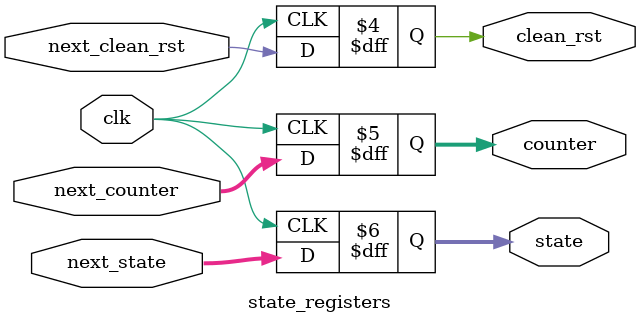
<source format=sv>
module glitch_filter_reset #(
  parameter GLITCH_CYCLES = 3
) (
  input  wire clk,
  input  wire noisy_rst,
  output wire clean_rst
);
  
  // 内部信号定义
  wire [1:0] state_out;
  wire [1:0] next_state;
  wire [$clog2(GLITCH_CYCLES)-1:0] counter_out;
  wire [$clog2(GLITCH_CYCLES)-1:0] next_counter;
  wire next_clean_rst;
  
  // FSM控制器子模块实例化
  fsm_controller #(
    .GLITCH_CYCLES(GLITCH_CYCLES)
  ) fsm_ctrl_inst (
    .state(state_out),
    .counter(counter_out),
    .clean_rst_in(clean_rst),
    .noisy_rst(noisy_rst),
    .next_state(next_state),
    .next_counter(next_counter),
    .next_clean_rst(next_clean_rst)
  );
  
  // 状态寄存器子模块实例化
  state_registers #(
    .GLITCH_CYCLES(GLITCH_CYCLES)
  ) state_reg_inst (
    .clk(clk),
    .next_state(next_state),
    .next_counter(next_counter),
    .next_clean_rst(next_clean_rst),
    .state(state_out),
    .counter(counter_out),
    .clean_rst(clean_rst)
  );
  
endmodule

// FSM控制器子模块 - 负责状态转移逻辑
module fsm_controller #(
  parameter GLITCH_CYCLES = 3
) (
  input  wire [1:0] state,
  input  wire [$clog2(GLITCH_CYCLES)-1:0] counter,
  input  wire clean_rst_in,
  input  wire noisy_rst,
  output reg  [1:0] next_state,
  output reg  [$clog2(GLITCH_CYCLES)-1:0] next_counter,
  output reg  next_clean_rst
);
  
  // 状态定义
  localparam IDLE = 2'b00;
  localparam COUNT_TO_ASSERT = 2'b01;
  localparam ASSERTED = 2'b10;
  localparam COUNT_TO_DEASSERT = 2'b11;
  
  // 状态转移逻辑
  always @(*) begin
    next_state = state;
    next_counter = counter;
    next_clean_rst = clean_rst_in;
    
    case (state)
      IDLE: 
        if (noisy_rst) begin
          next_counter = '0;
          next_state = COUNT_TO_ASSERT;
        end
      
      COUNT_TO_ASSERT: 
        if (!noisy_rst) begin
          next_state = IDLE;
        end
        else if (counter == GLITCH_CYCLES-1) begin
          next_clean_rst = 1'b1;
          next_state = ASSERTED;
        end
        else begin
          next_counter = counter + 1'b1;
        end
      
      ASSERTED:
        if (!noisy_rst) begin
          next_counter = '0;
          next_state = COUNT_TO_DEASSERT;
        end
      
      COUNT_TO_DEASSERT:
        if (noisy_rst) begin
          next_state = ASSERTED;
        end
        else if (counter == GLITCH_CYCLES-1) begin
          next_clean_rst = 1'b0;
          next_state = IDLE;
        end
        else begin
          next_counter = counter + 1'b1;
        end
    endcase
  end
  
endmodule

// 状态寄存器子模块 - 负责同步寄存器更新
module state_registers #(
  parameter GLITCH_CYCLES = 3
) (
  input  wire clk,
  input  wire [1:0] next_state,
  input  wire [$clog2(GLITCH_CYCLES)-1:0] next_counter,
  input  wire next_clean_rst,
  output reg  [1:0] state,
  output reg  [$clog2(GLITCH_CYCLES)-1:0] counter,
  output reg  clean_rst
);
  
  // 状态更新寄存器
  always @(posedge clk) begin
    state <= next_state;
  end
  
  // 计数器更新寄存器
  always @(posedge clk) begin
    counter <= next_counter;
  end
  
  // 输出寄存器更新
  always @(posedge clk) begin
    clean_rst <= next_clean_rst;
  end
  
endmodule
</source>
